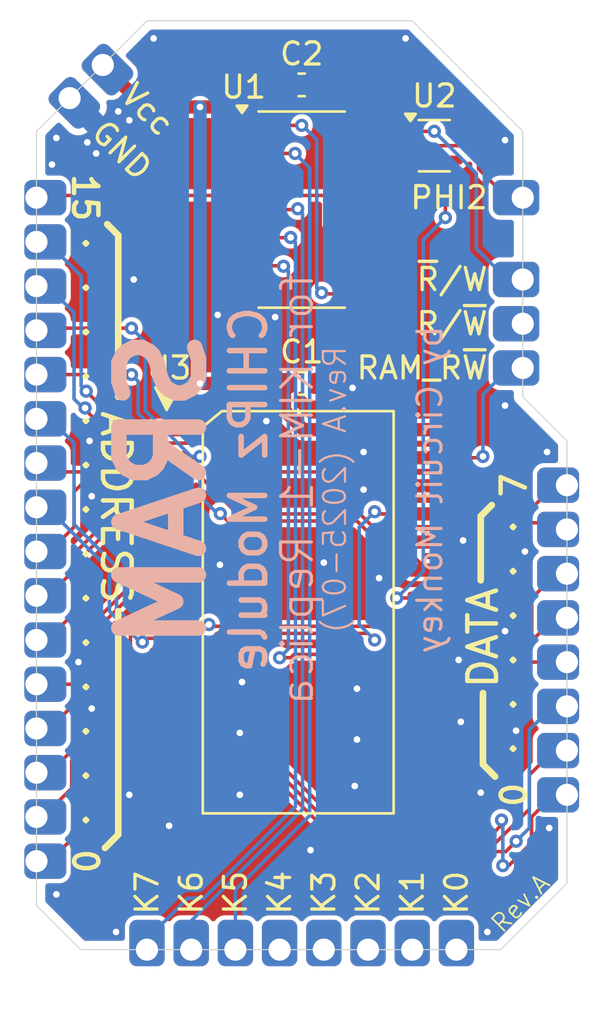
<source format=kicad_pcb>
(kicad_pcb (version 20241229) (generator "pcbnew") (generator_version "9.0")
  (layers (0 "F.Cu" signal) (2 "B.Cu" signal) (13 "F.Paste" user) (15 "B.Paste" user) (5 "F.SilkS" user "F.Silkscreen") (7 "B.SilkS" user "B.Silkscreen") (1 "F.Mask" user) (3 "B.Mask" user) (25 "Edge.Cuts" user))
  (net 0 "")
  (net 1 "GND")
  (net 2 "VCC")
  (net 8 "/~{K5}")
  (net 9 "/~{K6}")
  (net 10 "/~{K7}")
  (net 11 "/MEM_~{WE}")
  (net 13 "Net-(CST12-Pad1)")
  (net 14 "Net-(CST14-Pad1)")
  (net 15 "/A3")
  (net 16 "/A0")
  (net 17 "/A6")
  (net 18 "/A1")
  (net 19 "/A2")
  (net 20 "/A4")
  (net 21 "/A5")
  (net 22 "/A7")
  (net 23 "/D2")
  (net 24 "/D7")
  (net 25 "/D5")
  (net 26 "/D3")
  (net 27 "/D0")
  (net 28 "/D6")
  (net 29 "/D4")
  (net 30 "/D1")
  (net 31 "/A9")
  (net 32 "/A12")
  (net 33 "/A11")
  (net 34 "/A13")
  (net 35 "/A10")
  (net 36 "/A15")
  (net 37 "/A8")
  (net 38 "/A14")
  (net 39 "/~{OE}")
  (net 40 "/~{CE}")
  (net 41 "/~{A15}")
  (footprint "CM_Connector_Castelated:cast-2.0-01P" (layer "F.Cu") (at 160 79)
    (property "Reference" "CST14" (hide yes))
    (property "Value" "PHI2" (at -1.5 0 0) (layer "F.SilkS") (effects (justify right)))
    (pad "1" thru_hole roundrect (at 0 0) (size 2.1 1.6) (drill 1 (offset -0.3 0)) (layers "*.Cu" "*.Mask") (roundrect_rratio 0.2083333333) (net 14 "Net-(CST14-Pad1)"))
  )
  (footprint "Package_TO_SOT_SMD:SOT-353_SC-70-5" (layer "F.Cu") (at 156 76.65)
    (property "Reference" "U2" (at 0 -2.25 0) (layer "F.SilkS"))
    (property "Value" "74AHC1G00")
    (fp_line (start -0.71 -1.16) (end 0.7 -1.16) (stroke (width 0.12)) (layer "F.SilkS"))
    (fp_line (start -0.7 1.16) (end 0.7 1.16) (stroke (width 0.12)) (layer "F.SilkS"))
    (fp_poly (pts (xy -1.08 -1.11) (xy -1.32 -1.44) (xy -0.84 -1.44) (xy -1.08 -1.11)) (stroke (width 0.12)) (fill yes) (layer "F.SilkS"))
    (pad "1" smd roundrect (at -0.95 -0.65) (size 0.65 0.4) (layers "F.Cu" "F.Mask" "F.Paste") (net 13 "Net-(CST12-Pad1)"))
    (pad "2" smd roundrect (at -0.95 0) (size 0.65 0.4) (layers "F.Cu" "F.Mask" "F.Paste") (net 14 "Net-(CST14-Pad1)"))
    (pad "3" smd roundrect (at -0.95 0.65) (size 0.65 0.4) (layers "F.Cu" "F.Mask" "F.Paste") (net 1 "GND"))
    (pad "4" smd roundrect (at 0.95 0.65) (size 0.65 0.4) (layers "F.Cu" "F.Mask" "F.Paste") (net 39 "/~{OE}"))
    (pad "5" smd roundrect (at 0.95 -0.65) (size 0.65 0.4) (layers "F.Cu" "F.Mask" "F.Paste") (net 2 "VCC"))
  )
  (footprint "Package_SO:SOIC-14_3.9x8.7mm_P1.27mm" (layer "F.Cu") (at 150 79.54)
    (property "Reference" "U1" (at -2.625 -5.54 0) (layer "F.SilkS"))
    (property "Value" "74LV20")
    (fp_line (start 0 -4.435) (end -1.95 -4.435) (stroke (width 0.12)) (layer "F.SilkS"))
    (fp_line (start 0 -4.435) (end 1.95 -4.435) (stroke (width 0.12)) (layer "F.SilkS"))
    (fp_line (start 0 4.435) (end -1.95 4.435) (stroke (width 0.12)) (layer "F.SilkS"))
    (fp_line (start 0 4.435) (end 1.95 4.435) (stroke (width 0.12)) (layer "F.SilkS"))
    (fp_poly (pts (xy -2.7 -4.37) (xy -2.94 -4.7) (xy -2.46 -4.7)) (stroke (width 0.12)) (fill yes) (layer "F.SilkS"))
    (pad "1" smd roundrect (at -2.475 -3.81) (size 1.95 0.6) (layers "F.Cu" "F.Mask" "F.Paste") (net 41 "/~{A15}"))
    (pad "2" smd roundrect (at -2.475 -2.54) (size 1.95 0.6) (layers "F.Cu" "F.Mask" "F.Paste") (net 8 "/~{K5}"))
    (pad "3" smd roundrect (at -2.475 -1.27) (size 1.95 0.6) (layers "F.Cu" "F.Mask" "F.Paste"))
    (pad "4" smd roundrect (at -2.475 0) (size 1.95 0.6) (layers "F.Cu" "F.Mask" "F.Paste") (net 9 "/~{K6}"))
    (pad "5" smd roundrect (at -2.475 1.27) (size 1.95 0.6) (layers "F.Cu" "F.Mask" "F.Paste") (net 10 "/~{K7}"))
    (pad "6" smd roundrect (at -2.475 2.54) (size 1.95 0.6) (layers "F.Cu" "F.Mask" "F.Paste") (net 40 "/~{CE}"))
    (pad "7" smd roundrect (at -2.475 3.81) (size 1.95 0.6) (layers "F.Cu" "F.Mask" "F.Paste") (net 1 "GND"))
    (pad "8" smd roundrect (at 2.475 3.81) (size 1.95 0.6) (layers "F.Cu" "F.Mask" "F.Paste") (net 41 "/~{A15}"))
    (pad "9" smd roundrect (at 2.475 2.54) (size 1.95 0.6) (layers "F.Cu" "F.Mask" "F.Paste") (net 36 "/A15"))
    (pad "10" smd roundrect (at 2.475 1.27) (size 1.95 0.6) (layers "F.Cu" "F.Mask" "F.Paste") (net 36 "/A15"))
    (pad "11" smd roundrect (at 2.475 0) (size 1.95 0.6) (layers "F.Cu" "F.Mask" "F.Paste"))
    (pad "12" smd roundrect (at 2.475 -1.27) (size 1.95 0.6) (layers "F.Cu" "F.Mask" "F.Paste") (net 36 "/A15"))
    (pad "13" smd roundrect (at 2.475 -2.54) (size 1.95 0.6) (layers "F.Cu" "F.Mask" "F.Paste") (net 36 "/A15"))
    (pad "14" smd roundrect (at 2.475 -3.81) (size 1.95 0.6) (layers "F.Cu" "F.Mask" "F.Paste") (net 2 "VCC"))
  )
  (footprint "CM_Chip_Packages:SOIC-28_18x9" (layer "F.Cu") (at 149.842 97.745 -90)
    (property "Reference" "U3" (at -11.045 5.842 0) (layer "F.SilkS"))
    (property "Value" "62LV256AL45ULI")
    (fp_line (start -8.382 4.318) (end -9.0932 3.4544) (stroke (width 0.12)) (layer "F.SilkS"))
    (fp_line (start 9.0932 4.318) (end -8.382 4.318) (stroke (width 0.12)) (layer "F.SilkS"))
    (fp_line (start -9.0932 3.4544) (end -9.0932 -4.318) (stroke (width 0.12)) (layer "F.SilkS"))
    (fp_line (start -9.0932 -4.318) (end 9.0932 -4.318) (stroke (width 0.12)) (layer "F.SilkS"))
    (fp_line (start 9.0932 -4.318) (end 9.0932 4.318) (stroke (width 0.12)) (layer "F.SilkS"))
    (fp_poly (pts (xy -9.144 5.95376) (xy -10.16 5.39496) (xy -10.16 6.46176)) (stroke (width 0.12)) (fill yes) (layer "F.SilkS"))
    (pad "1" smd roundrect (at -8.255 5.842 270) (size 0.6 1.8) (layers "F.Cu" "F.Mask" "F.Paste") (net 38 "/A14"))
    (pad "2" smd roundrect (at -6.985 5.842 270) (size 0.6 1.8) (layers "F.Cu" "F.Mask" "F.Paste") (net 32 "/A12"))
    (pad "3" smd roundrect (at -5.715 5.842 270) (size 0.6 1.8) (layers "F.Cu" "F.Mask" "F.Paste") (net 22 "/A7"))
    (pad "4" smd roundrect (at -4.445 5.842 270) (size 0.6 1.8) (layers "F.Cu" "F.Mask" "F.Paste") (net 17 "/A6"))
    (pad "5" smd roundrect (at -3.175 5.842 270) (size 0.6 1.8) (layers "F.Cu" "F.Mask" "F.Paste") (net 21 "/A5"))
    (pad "6" smd roundrect (at -1.905 5.842 270) (size 0.6 1.8) (layers "F.Cu" "F.Mask" "F.Paste") (net 20 "/A4"))
    (pad "7" smd roundrect (at -0.635 5.842 270) (size 0.6 1.8) (layers "F.Cu" "F.Mask" "F.Paste") (net 15 "/A3"))
    (pad "8" smd roundrect (at 0.635 5.842 270) (size 0.6 1.8) (layers "F.Cu" "F.Mask" "F.Paste") (net 19 "/A2"))
    (pad "9" smd roundrect (at 1.905 5.842 270) (size 0.6 1.8) (layers "F.Cu" "F.Mask" "F.Paste") (net 18 "/A1"))
    (pad "10" smd roundrect (at 3.175 5.842 270) (size 0.6 1.8) (layers "F.Cu" "F.Mask" "F.Paste") (net 16 "/A0"))
    (pad "11" smd roundrect (at 4.445 5.842 270) (size 0.6 1.8) (layers "F.Cu" "F.Mask" "F.Paste") (net 27 "/D0"))
    (pad "12" smd roundrect (at 5.715 5.842 270) (size 0.6 1.8) (layers "F.Cu" "F.Mask" "F.Paste") (net 30 "/D1"))
    (pad "13" smd roundrect (at 6.985 5.842 270) (size 0.6 1.8) (layers "F.Cu" "F.Mask" "F.Paste") (net 23 "/D2"))
    (pad "14" smd roundrect (at 8.255 5.842 270) (size 0.6 1.8) (layers "F.Cu" "F.Mask" "F.Paste") (net 1 "GND"))
    (pad "15" smd roundrect (at 8.255 -5.842 270) (size 0.6 1.8) (layers "F.Cu" "F.Mask" "F.Paste") (net 26 "/D3"))
    (pad "16" smd roundrect (at 6.985 -5.842 270) (size 0.6 1.8) (layers "F.Cu" "F.Mask" "F.Paste") (net 29 "/D4"))
    (pad "17" smd roundrect (at 5.715 -5.842 270) (size 0.6 1.8) (layers "F.Cu" "F.Mask" "F.Paste") (net 25 "/D5"))
    (pad "18" smd roundrect (at 4.445 -5.842 270) (size 0.6 1.8) (layers "F.Cu" "F.Mask" "F.Paste") (net 28 "/D6"))
    (pad "19" smd roundrect (at 3.175 -5.842 270) (size 0.6 1.8) (layers "F.Cu" "F.Mask" "F.Paste") (net 24 "/D7"))
    (pad "20" smd roundrect (at 1.905 -5.842 270) (size 0.6 1.8) (layers "F.Cu" "F.Mask" "F.Paste") (net 40 "/~{CE}"))
    (pad "21" smd roundrect (at 0.635 -5.842 270) (size 0.6 1.8) (layers "F.Cu" "F.Mask" "F.Paste") (net 35 "/A10"))
    (pad "22" smd roundrect (at -0.635 -5.842 270) (size 0.6 1.8) (layers "F.Cu" "F.Mask" "F.Paste") (net 39 "/~{OE}"))
    (pad "23" smd roundrect (at -1.905 -5.842 270) (size 0.6 1.8) (layers "F.Cu" "F.Mask" "F.Paste") (net 33 "/A11"))
    (pad "24" smd roundrect (at -3.175 -5.842 270) (size 0.6 1.8) (layers "F.Cu" "F.Mask" "F.Paste") (net 31 "/A9"))
    (pad "25" smd roundrect (at -4.445 -5.842 270) (size 0.6 1.8) (layers "F.Cu" "F.Mask" "F.Paste") (net 37 "/A8"))
    (pad "26" smd roundrect (at -5.715 -5.842 270) (size 0.6 1.8) (layers "F.Cu" "F.Mask" "F.Paste") (net 34 "/A13"))
    (pad "27" smd roundrect (at -6.985 -5.842 270) (size 0.6 1.8) (layers "F.Cu" "F.Mask" "F.Paste") (net 11 "/MEM_~{WE}"))
    (pad "28" smd roundrect (at -8.255 -5.842 270) (size 0.6 1.8) (layers "F.Cu" "F.Mask" "F.Paste") (net 2 "VCC"))
  )
  (footprint "CM_Connector_Castelated:cast-2.0-01P" (layer "F.Cu") (at 160 84.7)
    (property "Reference" "CST11" (hide yes))
    (property "Value" "R/~{W}" (at -1.5 0 0) (layer "F.SilkS") (effects (justify right)))
    (pad "1" thru_hole roundrect (at 0 0) (size 2.1 1.6) (drill 1 (offset -0.3 0)) (layers "*.Cu" "*.Mask") (roundrect_rratio 0.2083333333))
  )
  (footprint "CM_Connector_Castelated:cast-2.0-08P" (layer "F.Cu") (at 162 100 180)
    (property "Reference" "CST16" (hide yes))
    (property "Value" "DATA I/O" (hide yes))
    (pad "1" thru_hole roundrect (at 0 -6 180) (size 1.9 1.6) (drill 1 (offset 0.4 0)) (layers "*.Cu" "*.Mask") (roundrect_rratio 0.2083333333) (net 27 "/D0"))
    (pad "2" thru_hole roundrect (at 0 -4 180) (size 1.9 1.6) (drill 1 (offset 0.4 0)) (layers "*.Cu" "*.Mask") (roundrect_rratio 0.2083333333) (net 30 "/D1"))
    (pad "3" thru_hole roundrect (at 0 -2 180) (size 1.9 1.6) (drill 1 (offset 0.4 0)) (layers "*.Cu" "*.Mask") (roundrect_rratio 0.2083333333) (net 23 "/D2"))
    (pad "4" thru_hole roundrect (at 0 0 180) (size 1.9 1.6) (drill 1 (offset 0.4 0)) (layers "*.Cu" "*.Mask") (roundrect_rratio 0.2083333333) (net 26 "/D3"))
    (pad "5" thru_hole roundrect (at 0 2 180) (size 1.9 1.6) (drill 1 (offset 0.4 0)) (layers "*.Cu" "*.Mask") (roundrect_rratio 0.2083333333) (net 29 "/D4"))
    (pad "6" thru_hole roundrect (at 0 4 180) (size 1.9 1.6) (drill 1 (offset 0.4 0)) (layers "*.Cu" "*.Mask") (roundrect_rratio 0.2083333333) (net 25 "/D5"))
    (pad "7" thru_hole roundrect (at 0 6 180) (size 1.9 1.6) (drill 1 (offset 0.4 0)) (layers "*.Cu" "*.Mask") (roundrect_rratio 0.2083333333) (net 28 "/D6"))
    (pad "8" thru_hole roundrect (at 0 8 180) (size 1.9 1.6) (drill 1 (offset 0.4 0)) (layers "*.Cu" "*.Mask") (roundrect_rratio 0.2083333333) (net 24 "/D7"))
  )
  (footprint "CM_Connector_Castelated:cast-2.0-01P" (layer "F.Cu") (at 141 73 135)
    (property "Reference" "CST10" (hide yes))
    (property "Value" "Vcc" (at -4.242641 0 135) (layer "F.SilkS") (effects (justify right)))
    (pad "1" thru_hole roundrect (at 0 0 135) (size 2.1 1.6) (drill 1 (offset -0.3 0)) (layers "*.Cu" "*.Mask") (roundrect_rratio 0.2083333333) (net 2 "VCC"))
  )
  (footprint "CM_Connector_Castelated:cast-2.0-01P" (layer "F.Cu") (at 153 113 -90)
    (property "Reference" "CST3" (hide yes))
    (property "Value" "K2" (at -1.5 0 90) (layer "F.SilkS") (effects (justify left)))
    (pad "1" thru_hole roundrect (at 0 0 270) (size 2.1 1.6) (drill 1 (offset -0.3 0)) (layers "*.Cu" "*.Mask") (roundrect_rratio 0.2083333333))
  )
  (footprint "CM_Connector_Castelated:cast-2.0-01P" (layer "F.Cu") (at 160 86.7)
    (property "Reference" "CST9" (hide yes))
    (property "Value" "RAM_R~{W}" (at -1.5 0 0) (layer "F.SilkS") (effects (justify right)))
    (pad "1" thru_hole roundrect (at 0 0) (size 2.1 1.6) (drill 1 (offset -0.3 0)) (layers "*.Cu" "*.Mask") (roundrect_rratio 0.2083333333) (net 11 "/MEM_~{WE}"))
  )
  (footprint "CM_Connector_Castelated:cast-2.0-01P" (layer "F.Cu") (at 149 113 -90)
    (property "Reference" "CST5" (hide yes))
    (property "Value" "K4" (at -1.5 0 90) (layer "F.SilkS") (effects (justify left)))
    (pad "1" thru_hole roundrect (at 0 0 270) (size 2.1 1.6) (drill 1 (offset -0.3 0)) (layers "*.Cu" "*.Mask") (roundrect_rratio 0.2083333333))
  )
  (footprint "Capacitor_SMD:C_0603_1608Metric" (layer "F.Cu") (at 150 87.4)
    (property "Reference" "C1" (at 0 -1.43 0) (layer "F.SilkS"))
    (property "Value" "0.1uF")
    (fp_line (start -0.14058 -0.51) (end 0.14058 -0.51) (stroke (width 0.12)) (layer "F.SilkS"))
    (fp_line (start -0.14058 0.51) (end 0.14058 0.51) (stroke (width 0.12)) (layer "F.SilkS"))
    (pad "1" smd roundrect (at -0.775 0) (size 0.9 0.95) (layers "F.Cu" "F.Mask" "F.Paste") (net 2 "VCC"))
    (pad "2" smd roundrect (at 0.775 0) (size 0.9 0.95) (layers "F.Cu" "F.Mask" "F.Paste") (net 1 "GND"))
  )
  (footprint "CM_Connector_Castelated:cast-2.0-01P" (layer "F.Cu") (at 143 113 -90)
    (property "Reference" "CST8" (hide yes))
    (property "Value" "K7" (at -1.5 0 90) (layer "F.SilkS") (effects (justify left)))
    (pad "1" thru_hole roundrect (at 0 0 270) (size 2.1 1.6) (drill 1 (offset -0.3 0)) (layers "*.Cu" "*.Mask") (roundrect_rratio 0.2083333333) (net 10 "/~{K7}"))
  )
  (footprint "CM_Connector_Castelated:cast-2.0-01P" (layer "F.Cu") (at 155 113 -90)
    (property "Reference" "CST2" (hide yes))
    (property "Value" "K1" (at -1.5 0 90) (layer "F.SilkS") (effects (justify left)))
    (pad "1" thru_hole roundrect (at 0 0 270) (size 2.1 1.6) (drill 1 (offset -0.3 0)) (layers "*.Cu" "*.Mask") (roundrect_rratio 0.2083333333))
  )
  (footprint "CM_Connector_Castelated:cast-2.0-01P" (layer "F.Cu") (at 145 113 -90)
    (property "Reference" "CST7" (hide yes))
    (property "Value" "K6" (at -1.5 0 90) (layer "F.SilkS") (effects (justify left)))
    (pad "1" thru_hole roundrect (at 0 0 270) (size 2.1 1.6) (drill 1 (offset -0.3 0)) (layers "*.Cu" "*.Mask") (roundrect_rratio 0.2083333333) (net 9 "/~{K6}"))
  )
  (footprint "Capacitor_SMD:C_0603_1608Metric" (layer "F.Cu") (at 150 73.9 180)
    (property "Reference" "C2" (at 0 1.4 0) (layer "F.SilkS"))
    (property "Value" "0.1uF")
    (fp_line (start -0.14058 0.51) (end 0.14058 0.51) (stroke (width 0.12)) (layer "F.SilkS"))
    (fp_line (start -0.14058 -0.51) (end 0.14058 -0.51) (stroke (width 0.12)) (layer "F.SilkS"))
    (pad "1" smd roundrect (at -0.775 0 180) (size 0.9 0.95) (layers "F.Cu" "F.Mask" "F.Paste") (net 2 "VCC"))
    (pad "2" smd roundrect (at 0.775 0 180) (size 0.9 0.95) (layers "F.Cu" "F.Mask" "F.Paste") (net 1 "GND"))
  )
  (footprint "CM_Connector_Castelated:cast-2.0-01P" (layer "F.Cu") (at 139.5 74.5 135)
    (property "Reference" "CST13" (hide yes))
    (property "Value" "GND" (at -4.949747 0 135) (layer "F.SilkS") (effects (justify right)))
    (pad "1" thru_hole roundrect (at 0 0 135) (size 2.1 1.6) (drill 1 (offset -0.3 0)) (layers "*.Cu" "*.Mask") (roundrect_rratio 0.2083333333) (net 1 "GND") (thermal_bridge_width 1))
  )
  (footprint "CM_Connector_Castelated:cast-2.0-01P" (layer "F.Cu") (at 151 113 -90)
    (property "Reference" "CST4" (hide yes))
    (property "Value" "K3" (at -1.5 0 90) (layer "F.SilkS") (effects (justify left)))
    (pad "1" thru_hole roundrect (at 0 0 270) (size 2.1 1.6) (drill 1 (offset -0.3 0)) (layers "*.Cu" "*.Mask") (roundrect_rratio 0.2083333333))
  )
  (footprint "CM_Connector_Castelated:cast-2.0-01P" (layer "F.Cu") (at 147 113 -90)
    (property "Reference" "CST6" (hide yes))
    (property "Value" "K5" (at -1.5 0 90) (layer "F.SilkS") (effects (justify left)))
    (pad "1" thru_hole roundrect (at 0 0 270) (size 2.1 1.6) (drill 1 (offset -0.3 0)) (layers "*.Cu" "*.Mask") (roundrect_rratio 0.2083333333) (net 8 "/~{K5}"))
  )
  (footprint "CM_Connector_Castelated:cast-2.0-01P" (layer "F.Cu") (at 157 113 -90)
    (property "Reference" "CST1" (hide yes))
    (property "Value" "K0" (at -1.5 0 90) (layer "F.SilkS") (effects (justify left)))
    (pad "1" thru_hole roundrect (at 0 0 270) (size 2.1 1.6) (drill 1 (offset -0.3 0)) (layers "*.Cu" "*.Mask") (roundrect_rratio 0.2083333333))
  )
  (footprint "CM_Connector_Castelated:cast-2.0-01P" (layer "F.Cu") (at 160 82.7)
    (property "Reference" "CST12" (hide yes))
    (property "Value" "~{R}/W" (at -1.5 0 0) (layer "F.SilkS") (effects (justify right)))
    (pad "1" thru_hole roundrect (at 0 0) (size 2.1 1.6) (drill 1 (offset -0.3 0)) (layers "*.Cu" "*.Mask") (roundrect_rratio 0.2083333333) (net 13 "Net-(CST12-Pad1)"))
  )
  (footprint "CM_Connector_Castelated:cast-2.0-08P" (layer "B.Cu") (at 138 87)
    (property "Reference" "CST17" (hide yes))
    (property "Value" "DATA I/O" (hide yes))
    (pad "1" thru_hole roundrect (at 0 6) (size 1.9 1.6) (drill 1 (offset 0.4 0)) (layers "*.Cu" "*.Mask") (roundrect_rratio 0.2083333333) (net 37 "/A8"))
    (pad "2" thru_hole roundrect (at 0 4) (size 1.9 1.6) (drill 1 (offset 0.4 0)) (layers "*.Cu" "*.Mask") (roundrect_rratio 0.2083333333) (net 31 "/A9"))
    (pad "3" thru_hole roundrect (at 0 2) (size 1.9 1.6) (drill 1 (offset 0.4 0)) (layers "*.Cu" "*.Mask") (roundrect_rratio 0.2083333333) (net 35 "/A10"))
    (pad "4" thru_hole roundrect (at 0 0) (size 1.9 1.6) (drill 1 (offset 0.4 0)) (layers "*.Cu" "*.Mask") (roundrect_rratio 0.2083333333) (net 33 "/A11"))
    (pad "5" thru_hole roundrect (at 0 -2) (size 1.9 1.6) (drill 1 (offset 0.4 0)) (layers "*.Cu" "*.Mask") (roundrect_rratio 0.2083333333) (net 32 "/A12"))
    (pad "6" thru_hole roundrect (at 0 -4) (size 1.9 1.6) (drill 1 (offset 0.4 0)) (layers "*.Cu" "*.Mask") (roundrect_rratio 0.2083333333) (net 34 "/A13"))
    (pad "7" thru_hole roundrect (at 0 -6) (size 1.9 1.6) (drill 1 (offset 0.4 0)) (layers "*.Cu" "*.Mask") (roundrect_rratio 0.2083333333) (net 38 "/A14"))
    (pad "8" thru_hole roundrect (at 0 -8) (size 1.9 1.6) (drill 1 (offset 0.4 0)) (layers "*.Cu" "*.Mask") (roundrect_rratio 0.2083333333) (net 36 "/A15"))
  )
  (footprint "CM_Connector_Castelated:cast-2.0-08P" (layer "B.Cu") (at 138 103)
    (property "Reference" "CST15" (hide yes))
    (property "Value" "DATA I/O" (hide yes))
    (pad "1" thru_hole roundrect (at 0 6) (size 1.9 1.6) (drill 1 (offset 0.4 0)) (layers "*.Cu" "*.Mask") (roundrect_rratio 0.2083333333) (net 16 "/A0"))
    (pad "2" thru_hole roundrect (at 0 4) (size 1.9 1.6) (drill 1 (offset 0.4 0)) (layers "*.Cu" "*.Mask") (roundrect_rratio 0.2083333333) (net 18 "/A1"))
    (pad "3" thru_hole roundrect (at 0 2) (size 1.9 1.6) (drill 1 (offset 0.4 0)) (layers "*.Cu" "*.Mask") (roundrect_rratio 0.2083333333) (net 19 "/A2"))
    (pad "4" thru_hole roundrect (at 0 0) (size 1.9 1.6) (drill 1 (offset 0.4 0)) (layers "*.Cu" "*.Mask") (roundrect_rratio 0.2083333333) (net 15 "/A3"))
    (pad "5" thru_hole roundrect (at 0 -2) (size 1.9 1.6) (drill 1 (offset 0.4 0)) (layers "*.Cu" "*.Mask") (roundrect_rratio 0.2083333333) (net 20 "/A4"))
    (pad "6" thru_hole roundrect (at 0 -4) (size 1.9 1.6) (drill 1 (offset 0.4 0)) (layers "*.Cu" "*.Mask") (roundrect_rratio 0.2083333333) (net 21 "/A5"))
    (pad "7" thru_hole roundrect (at 0 -6) (size 1.9 1.6) (drill 1 (offset 0.4 0)) (layers "*.Cu" "*.Mask") (roundrect_rratio 0.2083333333) (net 17 "/A6"))
    (pad "8" thru_hole roundrect (at 0 -8) (size 1.9 1.6) (drill 1 (offset 0.4 0)) (layers "*.Cu" "*.Mask") (roundrect_rratio 0.2083333333) (net 22 "/A7"))
  )
  (gr_line (start 158.2 104.625) (end 158.75 105.175) (stroke (width 0.3)) (layer "F.SilkS"))
  (gr_line (start 158.1 96.3) (end 158.1 93.4) (stroke (width 0.3)) (layer "F.SilkS"))
  (gr_line (start 141.7 88) (end 141.7 80.7) (stroke (width 0.3)) (layer "F.SilkS"))
  (gr_line (start 158.2 101.4) (end 158.2 104.625) (stroke (width 0.3)) (layer "F.SilkS"))
  (gr_line (start 141.7 97.7) (end 141.7 107.8) (stroke (width 0.3)) (layer "F.SilkS"))
  (gr_line (start 141.7 80.7) (end 141.2 80.2) (stroke (width 0.3)) (layer "F.SilkS"))
  (gr_line (start 158.1 93.4) (end 158.6 92.9) (stroke (width 0.3)) (layer "F.SilkS"))
  (gr_line (start 141.7 107.8) (end 141.1 108.4) (stroke (width 0.3)) (layer "F.SilkS"))
  (gr_poly (pts (xy 140 113) (xy 138 111) (xy 138 76) (xy 143 71) (xy 155 71) (xy 160 76) (xy 160 88) (xy 162 90) (xy 162 110) (xy 159 113)) (stroke (width 0.05)) (fill no) (layer "Edge.Cuts"))
  (gr_text "ADDRESS" (at 141.6 93 270) (layer "F.SilkS") (effects (font (size 1.3 1.3) (thickness 0.2))))
  (gr_text ". . . . . . . . . . . . . ." (at 140.9 94.1 270) (layer "F.SilkS") (effects (font (size 1.62 1.62) (thickness 0.16))))
  (gr_text "DATA" (at 158.2 98.9 90) (layer "F.SilkS") (effects (font (size 1.3 1.3) (thickness 0.2))))
  (gr_text ". . . . . ." (at 158.9 98.9 90) (layer "F.SilkS") (effects (font (size 1.62 1.62) (thickness 0.16))))
  (gr_text "15" (at 140.2 79 270) (layer "F.SilkS") (effects (font (size 1.1 1.1) (thickness 0.2) (bold yes))))
  (gr_text "0" (at 140.2 109 270) (layer "F.SilkS") (effects (font (size 1.1 1.1) (thickness 0.2) (bold yes))))
  (gr_text "7" (at 159.6 92 90) (layer "F.SilkS") (effects (font (size 1.1 1.1) (thickness 0.2) (bold yes))))
  (gr_text "Rev.A" (at 159.9 110.9 45) (layer "F.SilkS") (effects (font (size 0.8 0.8) (thickness 0.08))))
  (gr_text "0" (at 159.6 106 90) (layer "F.SilkS") (effects (font (size 1.1 1.1) (thickness 0.2) (bold yes))))
  (gr_text "CHIPz Module" (at 147.6 92.2 90) (layer "B.SilkS") (effects (font (size 1.6 1.6) (thickness 0.25) (bold yes)) (justify mirror)))
  (gr_text "Rev.A (2025-07)" (at 151.5 92.2 90) (layer "B.SilkS") (effects (font (size 1 1) (thickness 0.1)) (justify mirror)))
  (gr_text "for KIM-1 Replica" (at 149.8 92.2 90) (layer "B.SilkS") (effects (font (size 1.4 1.4) (thickness 0.14)) (justify mirror)))
  (gr_text "by Circuit Monkey" (at 155.8 92.2 90) (layer "B.SilkS") (effects (font (size 1.1 1.1) (thickness 0.14)) (justify mirror)))
  (gr_text "SRAM" (at 143.7 92.2 90) (layer "B.SilkS") (effects (font (size 3.6 3.6) (thickness 0.7) (bold yes)) (justify mirror)))
  (via (at 152.8 90.5) (size 0.6) (drill 0.3) (layers "F.Cu" "B.Cu") (net 1))
  (via (at 140.5 92.5) (size 0.6) (drill 0.3) (layers "F.Cu" "B.Cu") (net 1))
  (via (at 140.5 102.1) (size 0.6) (drill 0.3) (layers "F.Cu" "B.Cu") (net 1))
  (via (at 141.7 75.1) (size 0.6) (drill 0.3) (layers "F.Cu" "B.Cu") (net 1))
  (via (at 160.1 95) (size 0.6) (drill 0.3) (layers "F.Cu" "B.Cu") (net 1))
  (via (at 140.7 77) (size 0.6) (drill 0.3) (layers "F.Cu" "B.Cu") (net 1))
  (via (at 157.2 102.7) (size 0.6) (drill 0.3) (layers "F.Cu" "B.Cu") (net 1))
  (via (at 143.3 71.8) (size 0.6) (drill 0.3) (layers "F.Cu" "B.Cu") (net 1))
  (via (at 152.5 103.5) (size 0.6) (drill 0.3) (layers "F.Cu" "B.Cu") (net 1))
  (via (at 158.1 105.9) (size 0.6) (drill 0.3) (layers "F.Cu" "B.Cu") (net 1))
  (via (at 159.7 103.1) (size 0.6) (drill 0.3) (layers "F.Cu" "B.Cu") (net 1))
  (via (at 151 95.5) (size 0.6) (drill 0.3) (layers "F.Cu" "B.Cu") (net 1))
  (via (at 154.7 71.8) (size 0.6) (drill 0.3) (layers "F.Cu" "B.Cu") (net 1))
  (via (at 153.5 96.2) (size 0.6) (drill 0.3) (layers "F.Cu" "B.Cu") (net 1))
  (via (at 152.5 101.2) (size 0.6) (drill 0.3) (layers "F.Cu" "B.Cu") (net 1))
  (via (at 152.4 105.6) (size 0.6) (drill 0.3) (layers "F.Cu" "B.Cu") (net 1))
  (via (at 138.7 77.5) (size 0.6) (drill 0.3) (layers "F.Cu" "B.Cu") (net 1))
  (via (at 147.3 100.9) (size 0.6) (drill 0.3) (layers "F.Cu" "B.Cu") (net 1))
  (via (at 159.2 76.4) (size 0.6) (drill 0.3) (layers "F.Cu" "B.Cu") (net 1))
  (via (at 142.4 82.7) (size 0.6) (drill 0.3) (layers "F.Cu" "B.Cu") (net 1))
  (via (at 157.3 94.5) (size 0.6) (drill 0.3) (layers "F.Cu" "B.Cu") (net 1))
  (via (at 146.2 84.3) (size 0.6) (drill 0.3) (layers "F.Cu" "B.Cu") (net 1))
  (via (at 147.2 103.2) (size 0.6) (drill 0.3) (layers "F.Cu" "B.Cu") (net 1))
  (via (at 139.9 100) (size 0.6) (drill 0.3) (layers "F.Cu" "B.Cu") (net 1))
  (via (at 138.9 76.3) (size 0.6) (drill 0.3) (layers "F.Cu" "B.Cu") (net 1))
  (via (at 144 107.4) (size 0.6) (drill 0.3) (layers "F.Cu" "B.Cu") (net 1))
  (via (at 146.3 95.6) (size 0.6) (drill 0.3) (layers "F.Cu" "B.Cu") (net 1))
  (via (at 152.3 87.6) (size 0.6) (drill 0.3) (layers "F.Cu" "B.Cu") (net 1))
  (via (at 148.8 84.4) (size 0.6) (drill 0.3) (layers "F.Cu" "B.Cu") (net 1))
  (via (at 152.8 92.2) (size 0.6) (drill 0.3) (layers "F.Cu" "B.Cu") (net 1))
  (via (at 141.6 112.2) (size 0.6) (drill 0.3) (layers "F.Cu" "B.Cu") (net 1))
  (via (at 161.1 90.5) (size 0.6) (drill 0.3) (layers "F.Cu" "B.Cu") (net 1))
  (via (at 158.4 112.2) (size 0.6) (drill 0.3) (layers "F.Cu" "B.Cu") (net 1))
  (via (at 147.2 106) (size 0.6) (drill 0.3) (layers "F.Cu" "B.Cu") (net 1))
  (via (at 157.1 99.9) (size 0.6) (drill 0.3) (layers "F.Cu" "B.Cu") (net 1))
  (via (at 142.2 106) (size 0.6) (drill 0.3) (layers "F.Cu" "B.Cu") (net 1))
  (via (at 140.3 76.5) (size 0.6) (drill 0.3) (layers "F.Cu" "B.Cu") (net 1))
  (via (at 142.2 75.5) (size 0.6) (drill 0.3) (layers "F.Cu" "B.Cu") (net 1))
  (via (at 148.4 89.1) (size 0.6) (drill 0.3) (layers "F.Cu" "B.Cu") (net 1))
  (via (at 140.4 90) (size 0.6) (drill 0.3) (layers "F.Cu" "B.Cu") (net 1))
  (via (at 138.9 110.5) (size 0.6) (drill 0.3) (layers "F.Cu" "B.Cu") (net 1))
  (via (at 159.2 88.4) (size 0.6) (drill 0.3) (layers "F.Cu" "B.Cu") (net 1))
  (via (at 159.2 98.6) (size 0.6) (drill 0.3) (layers "F.Cu" "B.Cu") (net 1))
  (via (at 161.2 107.5) (size 0.6) (drill 0.3) (layers "F.Cu" "B.Cu") (net 1))
  (via (at 150.4 108.5) (size 0.6) (drill 0.3) (layers "F.Cu" "B.Cu") (net 1))
  (segment (start 152.475 74.925) (end 152.5 74.9) (width 0.6) (layer "F.Cu") (net 2))
  (segment (start 156.95 76) (end 156.95 75.45) (width 0.3) (layer "F.Cu") (net 2))
  (segment (start 150.775 74.875) (end 150.8 74.9) (width 0.6) (layer "F.Cu") (net 2))
  (segment (start 150.09 89.49) (end 149.225 88.625) (width 0.6) (layer "F.Cu") (net 2))
  (segment (start 152.475 75.73) (end 152.475 74.925) (width 0.6) (layer "F.Cu") (net 2))
  (segment (start 152.5 74.9) (end 150.8 74.9) (width 0.6) (layer "F.Cu") (net 2))
  (segment (start 156.4 74.9) (end 152.5 74.9) (width 0.6) (layer "F.Cu") (net 2))
  (segment (start 149.225 88.625) (end 149.225 87.4) (width 0.6) (layer "F.Cu") (net 2))
  (segment (start 155.684 89.49) (end 150.09 89.49) (width 0.6) (layer "F.Cu") (net 2))
  (segment (start 150.8 74.9) (end 145.4 74.9) (width 0.6) (layer "F.Cu") (net 2))
  (segment (start 150.775 73.9) (end 150.775 74.875) (width 0.6) (layer "F.Cu") (net 2))
  (segment (start 145.4 74.9) (end 142.9 74.9) (width 0.6) (layer "F.Cu") (net 2))
  (segment (start 149.225 87.4) (end 145.4 87.4) (width 0.6) (layer "F.Cu") (net 2))
  (segment (start 142.9 74.9) (end 141.495682 73.495682) (width 0.6) (layer "F.Cu") (net 2))
  (segment (start 156.95 75.45) (end 156.4 74.9) (width 0.4) (layer "F.Cu") (net 2))
  (via (at 145.4 87.4) (size 0.6) (drill 0.3) (layers "F.Cu" "B.Cu") (net 2))
  (via (at 145.4 74.9) (size 0.6) (drill 0.3) (layers "F.Cu" "B.Cu") (net 2))
  (segment (start 145.4 87.4) (end 145.4 74.9) (width 0.6) (layer "B.Cu") (net 2))
  (segment (start 147.525 77) (end 149.7 77) (width 0.16) (layer "F.Cu") (net 8))
  (via (at 149.7 77) (size 0.6) (drill 0.3) (layers "F.Cu" "B.Cu") (net 8))
  (segment (start 150.36 77.66) (end 150.36 106.94) (width 0.16) (layer "B.Cu") (net 8))
  (segment (start 150.36 106.94) (end 147 110.3) (width 0.16) (layer "B.Cu") (net 8))
  (segment (start 149.7 77) (end 150.36 77.66) (width 0.16) (layer "B.Cu") (net 8))
  (segment (start 147 110.3) (end 147 112.519) (width 0.16) (layer "B.Cu") (net 8))
  (segment (start 149.78 79.54) (end 149.82 79.5) (width 0.16) (layer "F.Cu") (net 9))
  (segment (start 147.525 79.54) (end 149.78 79.54) (width 0.16) (layer "F.Cu") (net 9))
  (via (at 149.82 79.5) (size 0.6) (drill 0.3) (layers "F.Cu" "B.Cu") (net 9))
  (segment (start 150.039 106.661) (end 145 111.7) (width 0.16) (layer "B.Cu") (net 9))
  (segment (start 150.039 79.719) (end 150.039 106.661) (width 0.16) (layer "B.Cu") (net 9))
  (segment (start 149.82 79.5) (end 150.039 79.719) (width 0.16) (layer "B.Cu") (net 9))
  (segment (start 145 111.7) (end 145 112.519) (width 0.16) (layer "B.Cu") (net 9))
  (segment (start 147.525 80.81) (end 149.489 80.81) (width 0.16) (layer "F.Cu") (net 10))
  (segment (start 149.489 80.81) (end 149.499 80.8) (width 0.16) (layer "F.Cu") (net 10))
  (via (at 149.499 80.8) (size 0.6) (drill 0.3) (layers "F.Cu" "B.Cu") (net 10))
  (segment (start 149.718 81.019) (end 149.718 106.528038) (width 0.16) (layer "B.Cu") (net 10))
  (segment (start 149.718 106.528038) (end 145.573019 110.673019) (width 0.16) (layer "B.Cu") (net 10))
  (segment (start 145.573019 110.673019) (end 144.845981 110.673019) (width 0.16) (layer "B.Cu") (net 10))
  (segment (start 144.845981 110.673019) (end 143 112.519) (width 0.16) (layer "B.Cu") (net 10))
  (segment (start 149.499 80.8) (end 149.718 81.019) (width 0.16) (layer "B.Cu") (net 10))
  (segment (start 158.14 90.76) (end 158.2 90.7) (width 0.16) (layer "F.Cu") (net 11))
  (segment (start 155.684 90.76) (end 158.14 90.76) (width 0.16) (layer "F.Cu") (net 11))
  (via (at 158.2 90.7) (size 0.6) (drill 0.3) (layers "F.Cu" "B.Cu") (net 11))
  (segment (start 158.2 90.7) (end 158.2 87.9) (width 0.16) (layer "B.Cu") (net 11))
  (segment (start 159.4 86.7) (end 159.519 86.7) (width 0.16) (layer "B.Cu") (net 11))
  (segment (start 158.2 87.9) (end 159.4 86.7) (width 0.16) (layer "B.Cu") (net 11))
  (segment (start 155.05 76) (end 156 76) (width 0.16) (layer "F.Cu") (net 13))
  (via (at 156 76) (size 0.6) (drill 0.3) (layers "F.Cu" "B.Cu") (net 13))
  (segment (start 159.3 82.7) (end 159.519 82.7) (width 0.16) (layer "B.Cu") (net 13))
  (segment (start 156 76) (end 157.9 77.9) (width 0.16) (layer "B.Cu") (net 13))
  (segment (start 157.9 81.3) (end 159.3 82.7) (width 0.16) (layer "B.Cu") (net 13))
  (segment (start 157.9 77.9) (end 157.9 81.3) (width 0.16) (layer "B.Cu") (net 13))
  (segment (start 155.05 76.65) (end 157.65 76.65) (width 0.16) (layer "F.Cu") (net 14))
  (segment (start 157.65 76.65) (end 158 77) (width 0.16) (layer "F.Cu") (net 14))
  (segment (start 158 77) (end 158 77.7) (width 0.16) (layer "F.Cu") (net 14))
  (segment (start 159.3 79) (end 159.519 79) (width 0.16) (layer "F.Cu") (net 14))
  (segment (start 158 77.7) (end 159.3 79) (width 0.16) (layer "F.Cu") (net 14))
  (segment (start 143.41 97.11) (end 142.921 96.621) (width 0.16) (layer "F.Cu") (net 15))
  (segment (start 141.079 98.174962) (end 141.079 100.521) (width 0.16) (layer "F.Cu") (net 15))
  (segment (start 144 97.11) (end 143.41 97.11) (width 0.16) (layer "F.Cu") (net 15))
  (segment (start 142.921 96.621) (end 142.632962 96.621) (width 0.16) (layer "F.Cu") (net 15))
  (segment (start 142.632962 96.621) (end 141.079 98.174962) (width 0.16) (layer "F.Cu") (net 15))
  (segment (start 141.079 100.521) (end 138.6 103) (width 0.16) (layer "F.Cu") (net 15))
  (segment (start 138.6 103) (end 138.481 103) (width 0.16) (layer "F.Cu") (net 15))
  (segment (start 144 100.92) (end 143.38 100.92) (width 0.16) (layer "F.Cu") (net 16))
  (segment (start 139.7 106.049524) (end 139.7 107.9) (width 0.16) (layer "F.Cu") (net 16))
  (segment (start 143.38 100.92) (end 143 101.3) (width 0.16) (layer "F.Cu") (net 16))
  (segment (start 143 101.3) (end 143 101.507924) (width 0.16) (layer "F.Cu") (net 16))
  (segment (start 139.912 105.837524) (end 139.7 106.049524) (width 0.16) (layer "F.Cu") (net 16))
  (segment (start 139.912 104.595925) (end 139.912 105.837524) (width 0.16) (layer "F.Cu") (net 16))
  (segment (start 138.6 109) (end 138.481 109) (width 0.16) (layer "F.Cu") (net 16))
  (segment (start 139.7 107.9) (end 138.6 109) (width 0.16) (layer "F.Cu") (net 16))
  (segment (start 143 101.507924) (end 139.912 104.595925) (width 0.16) (layer "F.Cu") (net 16))
  (segment (start 143.4 93.3) (end 143 93.7) (width 0.16) (layer "F.Cu") (net 17))
  (segment (start 139.7 95.8405) (end 138.5405 97) (width 0.16) (layer "F.Cu") (net 17))
  (segment (start 139.7 95.1) (end 139.7 95.8405) (width 0.16) (layer "F.Cu") (net 17))
  (segment (start 141.1 93.7) (end 139.7 95.1) (width 0.16) (layer "F.Cu") (net 17))
  (segment (start 143 93.7) (end 141.1 93.7) (width 0.16) (layer "F.Cu") (net 17))
  (segment (start 144 93.3) (end 143.4 93.3) (width 0.16) (layer "F.Cu") (net 17))
  (segment (start 138.5405 97) (end 138.481 97) (width 0.16) (layer "F.Cu") (net 17))
  (segment (start 139.591 104.462963) (end 139.591 105.704562) (width 0.16) (layer "F.Cu") (net 18))
  (segment (start 144 99.65) (end 143.35 99.65) (width 0.16) (layer "F.Cu") (net 18))
  (segment (start 142.621 100.379) (end 142.621 101.432963) (width 0.16) (layer "F.Cu") (net 18))
  (segment (start 139.591 105.704562) (end 138.481 106.814562) (width 0.16) (layer "F.Cu") (net 18))
  (segment (start 142.621 101.432963) (end 139.591 104.462963) (width 0.16) (layer "F.Cu") (net 18))
  (segment (start 138.481 106.814562) (end 138.481 107) (width 0.16) (layer "F.Cu") (net 18))
  (segment (start 143.35 99.65) (end 142.621 100.379) (width 0.16) (layer "F.Cu") (net 18))
  (segment (start 144 98.38) (end 142.72 98.38) (width 0.16) (layer "F.Cu") (net 19))
  (segment (start 142.25101 99.317268) (end 142.3 99.366258) (width 0.16) (layer "F.Cu") (net 19))
  (segment (start 142.3 101.3) (end 138.6 105) (width 0.16) (layer "F.Cu") (net 19))
  (segment (start 142.25101 98.84899) (end 142.25101 99.317268) (width 0.16) (layer "F.Cu") (net 19))
  (segment (start 142.3 99.366258) (end 142.3 101.3) (width 0.16) (layer "F.Cu") (net 19))
  (segment (start 142.72 98.38) (end 142.25101 98.84899) (width 0.16) (layer "F.Cu") (net 19))
  (segment (start 138.6 105) (end 138.481 105) (width 0.16) (layer "F.Cu") (net 19))
  (segment (start 140.758 98.042) (end 140.758 100.388038) (width 0.16) (layer "F.Cu") (net 20))
  (segment (start 143.36 95.84) (end 142.9 96.3) (width 0.16) (layer "F.Cu") (net 20))
  (segment (start 142.5 96.3) (end 140.758 98.042) (width 0.16) (layer "F.Cu") (net 20))
  (segment (start 140.146038 101) (end 138.481 101) (width 0.16) (layer "F.Cu") (net 20))
  (segment (start 142.9 96.3) (end 142.5 96.3) (width 0.16) (layer "F.Cu") (net 20))
  (segment (start 140.758 100.388038) (end 140.146038 101) (width 0.16) (layer "F.Cu") (net 20))
  (segment (start 144 95.84) (end 143.36 95.84) (width 0.16) (layer "F.Cu") (net 20))
  (segment (start 140.021 95.279) (end 140.021 96.079) (width 0.16) (layer "F.Cu") (net 21))
  (segment (start 144 94.57) (end 143.47 94.57) (width 0.16) (layer "F.Cu") (net 21))
  (segment (start 139.7 97.781) (end 138.481 99) (width 0.16) (layer "F.Cu") (net 21))
  (segment (start 143.47 94.57) (end 142.921 94.021) (width 0.16) (layer "F.Cu") (net 21))
  (segment (start 142.921 94.021) (end 141.279 94.021) (width 0.16) (layer "F.Cu") (net 21))
  (segment (start 139.7 96.4) (end 139.7 97.781) (width 0.16) (layer "F.Cu") (net 21))
  (segment (start 141.279 94.021) (end 140.021 95.279) (width 0.16) (layer "F.Cu") (net 21))
  (segment (start 140.021 96.079) (end 139.7 96.4) (width 0.16) (layer "F.Cu") (net 21))
  (segment (start 143.43 92.03) (end 143.121 91.721) (width 0.16) (layer "F.Cu") (net 22))
  (segment (start 144 92.03) (end 143.43 92.03) (width 0.16) (layer "F.Cu") (net 22))
  (segment (start 138.5905 95) (end 138.481 95) (width 0.16) (layer "F.Cu") (net 22))
  (segment (start 139.7 92.3) (end 139.7 93.8905) (width 0.16) (layer "F.Cu") (net 22))
  (segment (start 139.7 93.8905) (end 138.5905 95) (width 0.16) (layer "F.Cu") (net 22))
  (segment (start 140.279 91.721) (end 139.7 92.3) (width 0.16) (layer "F.Cu") (net 22))
  (segment (start 143.121 91.721) (end 140.279 91.721) (width 0.16) (layer "F.Cu") (net 22))
  (segment (start 159.234 108.566) (end 159.7 108.1) (width 0.16) (layer "F.Cu") (net 23))
  (segment (start 144 104.73) (end 148.23 104.73) (width 0.16) (layer "F.Cu") (net 23))
  (segment (start 148.23 104.73) (end 152.066 108.566) (width 0.16) (layer "F.Cu") (net 23))
  (segment (start 152.066 108.566) (end 159.234 108.566) (width 0.16) (layer "F.Cu") (net 23))
  (via (at 159.7 108.1) (size 0.6) (drill 0.3) (layers "F.Cu" "B.Cu") (net 23))
  (segment (start 160.3 103.06239) (end 161.36239 102) (width 0.16) (layer "B.Cu") (net 23))
  (segment (start 161.36239 102) (end 161.519 102) (width 0.16) (layer "B.Cu") (net 23))
  (segment (start 159.7 108.1) (end 160.3 107.5) (width 0.16) (layer "B.Cu") (net 23))
  (segment (start 160.3 107.5) (end 160.3 103.06239) (width 0.16) (layer "B.Cu") (net 23))
  (segment (start 157.9 100.601554) (end 157.9 95.55) (width 0.16) (layer "F.Cu") (net 24))
  (segment (start 157.9 95.55) (end 161.45 92) (width 0.16) (layer "F.Cu") (net 24))
  (segment (start 155.684 100.92) (end 157.581554 100.92) (width 0.16) (layer "F.Cu") (net 24))
  (segment (start 161.45 92) (end 161.519 92) (width 0.16) (layer "F.Cu") (net 24))
  (segment (start 157.581554 100.92) (end 157.9 100.601554) (width 0.16) (layer "F.Cu") (net 24))
  (segment (start 155.684 103.46) (end 157.486038 103.46) (width 0.16) (layer "F.Cu") (net 25))
  (segment (start 159.479 99.517038) (end 160.409 98.587038) (width 0.16) (layer "F.Cu") (net 25))
  (segment (start 159.479 101.467038) (end 159.479 99.517038) (width 0.16) (layer "F.Cu") (net 25))
  (segment (start 157.486038 103.46) (end 159.479 101.467038) (width 0.16) (layer "F.Cu") (net 25))
  (segment (start 160.409 98.587038) (end 160.409 97.11) (width 0.16) (layer "F.Cu") (net 25))
  (segment (start 160.409 97.11) (end 161.519 96) (width 0.16) (layer "F.Cu") (net 25))
  (segment (start 160.121 101.732962) (end 160.121 100.279) (width 0.16) (layer "F.Cu") (net 26))
  (segment (start 160.121 100.279) (end 160.4 100) (width 0.16) (layer "F.Cu") (net 26))
  (segment (start 155.684 106) (end 156.3 106) (width 0.16) (layer "F.Cu") (net 26))
  (segment (start 157 104.853962) (end 160.121 101.732962) (width 0.16) (layer "F.Cu") (net 26))
  (segment (start 157 105.3) (end 157 104.853962) (width 0.16) (layer "F.Cu") (net 26))
  (segment (start 156.3 106) (end 157 105.3) (width 0.16) (layer "F.Cu") (net 26))
  (segment (start 160.4 100) (end 161.519 100) (width 0.16) (layer "F.Cu") (net 26))
  (segment (start 160.4 108.16509) (end 159.36509 109.2) (width 0.16) (layer "F.Cu") (net 27))
  (segment (start 161.4 106) (end 160.4 107) (width 0.16) (layer "F.Cu") (net 27))
  (segment (start 159.041181 107.358819) (end 158.501 107.899) (width 0.16) (layer "F.Cu") (net 27))
  (segment (start 161.519 106) (end 161.4 106) (width 0.16) (layer "F.Cu") (net 27))
  (segment (start 152.30551 107.899) (end 148.49551 104.089) (width 0.16) (layer "F.Cu") (net 27))
  (segment (start 159.041181 107.141181) (end 159.041181 107.358819) (width 0.16) (layer "F.Cu") (net 27))
  (segment (start 158.501 107.899) (end 152.30551 107.899) (width 0.16) (layer "F.Cu") (net 27))
  (segment (start 144.59 102.19) (end 144 102.19) (width 0.16) (layer "F.Cu") (net 27))
  (segment (start 160.4 107) (end 160.4 108.16509) (width 0.16) (layer "F.Cu") (net 27))
  (segment (start 145.642962 104.089) (end 145.2 103.646038) (width 0.16) (layer "F.Cu") (net 27))
  (segment (start 145.2 103.646038) (end 145.2 102.8) (width 0.16) (layer "F.Cu") (net 27))
  (segment (start 145.2 102.8) (end 144.59 102.19) (width 0.16) (layer "F.Cu") (net 27))
  (segment (start 159.36509 109.2) (end 159.1 109.2) (width 0.16) (layer "F.Cu") (net 27))
  (segment (start 148.49551 104.089) (end 145.642962 104.089) (width 0.16) (layer "F.Cu") (net 27))
  (via (at 159.041181 107.141181) (size 0.6) (drill 0.3) (layers "F.Cu" "B.Cu") (net 27))
  (via (at 159.1 109.2) (size 0.6) (drill 0.3) (layers "F.Cu" "B.Cu") (net 27))
  (segment (start 159.041181 107.141181) (end 159.1 107.2) (width 0.16) (layer "B.Cu") (net 27))
  (segment (start 159.1 107.2) (end 159.1 109.2) (width 0.16) (layer "B.Cu") (net 27))
  (segment (start 155.684 102.19) (end 156.81 102.19) (width 0.16) (layer "F.Cu") (net 28))
  (segment (start 160.203962 93.7) (end 161.219 93.7) (width 0.16) (layer "F.Cu") (net 28))
  (segment (start 161.219 93.7) (end 161.519 94) (width 0.16) (layer "F.Cu") (net 28))
  (segment (start 158.221 100.779) (end 158.221 95.682962) (width 0.16) (layer "F.Cu") (net 28))
  (segment (start 156.81 102.19) (end 158.221 100.779) (width 0.16) (layer "F.Cu") (net 28))
  (segment (start 158.221 95.682962) (end 160.203962 93.7) (width 0.16) (layer "F.Cu") (net 28))
  (segment (start 159.8 101.6) (end 159.8 99.65) (width 0.16) (layer "F.Cu") (net 29))
  (segment (start 159.8 99.65) (end 161.45 98) (width 0.16) (layer "F.Cu") (net 29))
  (segment (start 155.684 104.73) (end 156.67 104.73) (width 0.16) (layer "F.Cu") (net 29))
  (segment (start 156.67 104.73) (end 159.8 101.6) (width 0.16) (layer "F.Cu") (net 29))
  (segment (start 161.45 98) (end 161.519 98) (width 0.16) (layer "F.Cu") (net 29))
  (segment (start 152.172548 108.22) (end 158.726037 108.22) (width 0.16) (layer "F.Cu") (net 30))
  (segment (start 145.51 104.41) (end 148.362548 104.41) (width 0.16) (layer "F.Cu") (net 30))
  (segment (start 161.2 104.2) (end 161.519 104.2) (width 0.16) (layer "F.Cu") (net 30))
  (segment (start 144.56 103.46) (end 145.51 104.41) (width 0.16) (layer "F.Cu") (net 30))
  (segment (start 144 103.46) (end 144.56 103.46) (width 0.16) (layer "F.Cu") (net 30))
  (segment (start 161.519 104.2) (end 161.519 104) (width 0.16) (layer "F.Cu") (net 30))
  (segment (start 148.362548 104.41) (end 152.172548 108.22) (width 0.16) (layer "F.Cu") (net 30))
  (segment (start 160.3 106.646038) (end 160.3 105.1) (width 0.16) (layer "F.Cu") (net 30))
  (segment (start 160.3 105.1) (end 161.2 104.2) (width 0.16) (layer "F.Cu") (net 30))
  (segment (start 158.726037 108.22) (end 160.3 106.646038) (width 0.16) (layer "F.Cu") (net 30))
  (segment (start 138.8 91) (end 138.481 91) (width 0.16) (layer "F.Cu") (net 31))
  (segment (start 153.90491 94.57) (end 152.63491 93.3) (width 0.16) (layer "F.Cu") (net 31))
  (segment (start 147.1 93.3) (end 145.2 91.4) (width 0.16) (layer "F.Cu") (net 31))
  (segment (start 139.2 91.4) (end 138.8 91) (width 0.16) (layer "F.Cu") (net 31))
  (segment (start 145.2 91.4) (end 139.2 91.4) (width 0.16) (layer "F.Cu") (net 31))
  (segment (start 155.684 94.57) (end 153.90491 94.57) (width 0.16) (layer "F.Cu") (net 31))
  (segment (start 152.63491 93.3) (end 147.1 93.3) (width 0.16) (layer "F.Cu") (net 31))
  (segment (start 144 90.76) (end 145.34 90.76) (width 0.16) (layer "F.Cu") (net 32))
  (segment (start 142.3 84.9) (end 138.481 84.9) (width 0.16) (layer "F.Cu") (net 32))
  (segment (start 145.34 90.76) (end 145.4 90.7) (width 0.16) (layer "F.Cu") (net 32))
  (segment (start 138.481 84.9) (end 138.481 85) (width 0.16) (layer "F.Cu") (net 32))
  (via (at 142.3 84.9) (size 0.6) (drill 0.3) (layers "F.Cu" "B.Cu") (net 32))
  (via (at 145.4 90.7) (size 0.6) (drill 0.3) (layers "F.Cu" "B.Cu") (net 32))
  (segment (start 142.3 84.9) (end 142.921 85.521) (width 0.16) (layer "B.Cu") (net 32))
  (segment (start 142.921 85.521) (end 142.921 88.621) (width 0.16) (layer "B.Cu") (net 32))
  (segment (start 145 90.7) (end 145.4 90.7) (width 0.16) (layer "B.Cu") (net 32))
  (segment (start 142.921 88.621) (end 145 90.7) (width 0.16) (layer "B.Cu") (net 32))
  (segment (start 146.657324 93.621) (end 152.501948 93.621) (width 0.16) (layer "F.Cu") (net 33))
  (segment (start 154.955 95.111) (end 155.684 95.84) (width 0.16) (layer "F.Cu") (net 33))
  (segment (start 152.501948 93.621) (end 153.991948 95.111) (width 0.16) (layer "F.Cu") (net 33))
  (segment (start 153.991948 95.111) (end 154.955 95.111) (width 0.16) (layer "F.Cu") (net 33))
  (segment (start 142.3 87) (end 138.481 87) (width 0.16) (layer "F.Cu") (net 33))
  (segment (start 146.318162 93.281838) (end 146.657324 93.621) (width 0.16) (layer "F.Cu") (net 33))
  (via (at 146.318162 93.281838) (size 0.6) (drill 0.3) (layers "F.Cu" "B.Cu") (net 33))
  (via (at 142.3 87) (size 0.6) (drill 0.3) (layers "F.Cu" "B.Cu") (net 33))
  (segment (start 142.6 87.3) (end 142.3 87) (width 0.16) (layer "B.Cu") (net 33))
  (segment (start 146.188614 93.281838) (end 145.4 92.493224) (width 0.16) (layer "B.Cu") (net 33))
  (segment (start 146.318162 93.281838) (end 146.188614 93.281838) (width 0.16) (layer "B.Cu") (net 33))
  (segment (start 145.4 92.493224) (end 145.4 91.553962) (width 0.16) (layer "B.Cu") (net 33))
  (segment (start 145.4 91.553962) (end 142.6 88.753962) (width 0.16) (layer "B.Cu") (net 33))
  (segment (start 142.6 88.753962) (end 142.6 87.3) (width 0.16) (layer "B.Cu") (net 33))
  (segment (start 142.71102 89.811) (end 143.00002 90.1) (width 0.16) (layer "F.Cu") (net 34))
  (segment (start 147 91.4) (end 153.698889 91.4) (width 0.16) (layer "F.Cu") (net 34))
  (segment (start 140.199445 88.50832) (end 140.199445 88.576426) (width 0.16) (layer "F.Cu") (net 34))
  (segment (start 141.434019 89.811) (end 142.71102 89.811) (width 0.16) (layer "F.Cu") (net 34))
  (segment (start 145.7 90.1) (end 147 91.4) (width 0.16) (layer "F.Cu") (net 34))
  (segment (start 154.328889 92.03) (end 155.684 92.03) (width 0.16) (layer "F.Cu") (net 34))
  (segment (start 153.698889 91.4) (end 154.328889 92.03) (width 0.16) (layer "F.Cu") (net 34))
  (segment (start 140.199445 88.576426) (end 141.434019 89.811) (width 0.16) (layer "F.Cu") (net 34))
  (segment (start 143.00002 90.1) (end 145.7 90.1) (width 0.16) (layer "F.Cu") (net 34))
  (via (at 140.199445 88.50832) (size 0.6) (drill 0.3) (layers "F.Cu" "B.Cu") (net 34))
  (segment (start 139.7 88.1) (end 139.7 84.2) (width 0.16) (layer "B.Cu") (net 34))
  (segment (start 140.199445 88.50832) (end 140.10832 88.50832) (width 0.16) (layer "B.Cu") (net 34))
  (segment (start 139.7 84.2) (end 138.5 83) (width 0.16) (layer "B.Cu") (net 34))
  (segment (start 140.10832 88.50832) (end 139.7 88.1) (width 0.16) (layer "B.Cu") (net 34))
  (segment (start 138.5 83) (end 138.481 83) (width 0.16) (layer "B.Cu") (net 34))
  (segment (start 145.88 98.38) (end 145.8 98.3) (width 0.16) (layer "F.Cu") (net 35))
  (segment (start 155.684 98.38) (end 145.88 98.38) (width 0.16) (layer "F.Cu") (net 35))
  (via (at 145.8 98.3) (size 0.6) (drill 0.3) (layers "F.Cu" "B.Cu") (net 35))
  (segment (start 141.621 97.567038) (end 141.621 95.686037) (width 0.16) (layer "B.Cu") (net 35))
  (segment (start 145.6 98.5) (end 142.553962 98.5) (width 0.16) (layer "B.Cu") (net 35))
  (segment (start 139.7 93.765038) (end 139.7 90.1) (width 0.16) (layer "B.Cu") (net 35))
  (segment (start 141.621 95.686037) (end 139.7 93.765038) (width 0.16) (layer "B.Cu") (net 35))
  (segment (start 138.6 89) (end 138.481 89) (width 0.16) (layer "B.Cu") (net 35))
  (segment (start 142.553962 98.5) (end 141.621 97.567038) (width 0.16) (layer "B.Cu") (net 35))
  (segment (start 139.7 90.1) (end 138.6 89) (width 0.16) (layer "B.Cu") (net 35))
  (segment (start 145.8 98.3) (end 145.6 98.5) (width 0.16) (layer "B.Cu") (net 35))
  (segment (start 150.6 78.9) (end 138.481 78.9) (width 0.16) (layer "F.Cu") (net 36))
  (segment (start 152.475 78.27) (end 152.475 77) (width 0.16) (layer "F.Cu") (net 36))
  (segment (start 151.2 80.2) (end 151.2 78.9) (width 0.16) (layer "F.Cu") (net 36))
  (segment (start 151.83 78.27) (end 151.2 78.9) (width 0.16) (layer "F.Cu") (net 36))
  (segment (start 152.475 82.08) (end 152.475 80.81) (width 0.16) (layer "F.Cu") (net 36))
  (segment (start 152.475 80.81) (end 151.81 80.81) (width 0.16) (layer "F.Cu") (net 36))
  (segment (start 138.481 78.9) (end 138.481 79) (width 0.16) (layer "F.Cu") (net 36))
  (segment (start 152.475 78.27) (end 151.83 78.27) (width 0.16) (layer "F.Cu") (net 36))
  (segment (start 151.2 78.9) (end 150.6 78.9) (width 0.16) (layer "F.Cu") (net 36))
  (segment (start 151.81 80.81) (end 151.2 80.2) (width 0.16) (layer "F.Cu") (net 36))
  (segment (start 155.684 93.3) (end 153.4 93.3) (width 0.16) (layer "F.Cu") (net 37))
  (segment (start 153.001 98.701) (end 153.3 99) (width 0.16) (layer "F.Cu") (net 37))
  (segment (start 146.16409 98.701) (end 153.001 98.701) (width 0.16) (layer "F.Cu") (net 37))
  (segment (start 145.94409 98.921) (end 146.16409 98.701) (width 0.16) (layer "F.Cu") (net 37))
  (segment (start 142.79201 99.093178) (end 142.964188 98.921) (width 0.16) (layer "F.Cu") (net 37))
  (segment (start 142.964188 98.921) (end 145.94409 98.921) (width 0.16) (layer "F.Cu") (net 37))
  (segment (start 153.4 93.3) (end 153.3 93.2) (width 0.16) (layer "F.Cu") (net 37))
  (via (at 142.79201 99.093178) (size 0.6) (drill 0.3) (layers "F.Cu" "B.Cu") (net 37))
  (via (at 153.3 99) (size 0.6) (drill 0.3) (layers "F.Cu" "B.Cu") (net 37))
  (via (at 153.3 93.2) (size 0.6) (drill 0.3) (layers "F.Cu" "B.Cu") (net 37))
  (segment (start 142.79201 99.093178) (end 142.693178 99.093178) (width 0.16) (layer "B.Cu") (net 37))
  (segment (start 152.6 93.9) (end 152.6 98.3) (width 0.16) (layer "B.Cu") (net 37))
  (segment (start 142.693178 99.093178) (end 141.3 97.7) (width 0.16) (layer "B.Cu") (net 37))
  (segment (start 153.3 93.2) (end 152.6 93.9) (width 0.16) (layer "B.Cu") (net 37))
  (segment (start 141.3 95.819) (end 138.481 93) (width 0.16) (layer "B.Cu") (net 37))
  (segment (start 141.3 97.7) (end 141.3 95.819) (width 0.16) (layer "B.Cu") (net 37))
  (segment (start 152.6 98.3) (end 153.3 99) (width 0.16) (layer "B.Cu") (net 37))
  (segment (start 140.25 87.75) (end 140.8 88.3) (width 0.16) (layer "F.Cu") (net 38))
  (segment (start 141.59 89.49) (end 144 89.49) (width 0.16) (layer "F.Cu") (net 38))
  (segment (start 140.8 88.3) (end 140.8 88.7) (width 0.16) (layer "F.Cu") (net 38))
  (segment (start 140.8 88.7) (end 141.59 89.49) (width 0.16) (layer "F.Cu") (net 38))
  (via (at 140.25 87.75) (size 0.6) (drill 0.3) (layers "F.Cu" "B.Cu") (net 38))
  (segment (start 140.25 87.75) (end 140.021 87.521) (width 0.16) (layer "B.Cu") (net 38))
  (segment (start 140.021 87.521) (end 140.021 82.54) (width 0.16) (layer "B.Cu") (net 38))
  (segment (start 140.021 82.54) (end 138.481 81) (width 0.16) (layer "B.Cu") (net 38))
  (segment (start 156.5 77.75) (end 156.5 79.9) (width 0.16) (layer "F.Cu") (net 39))
  (segment (start 154.3 97.1) (end 155.674 97.1) (width 0.16) (layer "F.Cu") (net 39))
  (segment (start 155.674 97.1) (end 155.684 97.11) (width 0.16) (layer "F.Cu") (net 39))
  (segment (start 156.95 77.3) (end 156.5 77.75) (width 0.16) (layer "F.Cu") (net 39))
  (via (at 156.5 79.9) (size 0.6) (drill 0.3) (layers "F.Cu" "B.Cu") (net 39))
  (via (at 154.3 97.1) (size 0.6) (drill 0.3) (layers "F.Cu" "B.Cu") (net 39))
  (segment (start 155.5 80.9) (end 156.5 79.9) (width 0.16) (layer "B.Cu") (net 39))
  (segment (start 154.3 97.1) (end 155.5 95.9) (width 0.16) (layer "B.Cu") (net 39))
  (segment (start 155.5 95.9) (end 155.5 80.9) (width 0.16) (layer "B.Cu") (net 39))
  (segment (start 149.158 82.08) (end 149.178 82.1) (width 0.16) (layer "F.Cu") (net 40))
  (segment (start 149 99.8) (end 149.5 99.8) (width 0.16) (layer "F.Cu") (net 40))
  (segment (start 147.525 82.08) (end 149.158 82.08) (width 0.16) (layer "F.Cu") (net 40))
  (segment (start 149.5 99.8) (end 149.65 99.65) (width 0.16) (layer "F.Cu") (net 40))
  (segment (start 149.65 99.65) (end 155.684 99.65) (width 0.16) (layer "F.Cu") (net 40))
  (via (at 149 99.8) (size 0.6) (drill 0.3) (layers "F.Cu" "B.Cu") (net 40))
  (via (at 149.178 82.1) (size 0.6) (drill 0.3) (layers "F.Cu" "B.Cu") (net 40))
  (segment (start 149.178 82.1) (end 149.397 82.319) (width 0.16) (layer "B.Cu") (net 40))
  (segment (start 149.397 99.403) (end 149 99.8) (width 0.16) (layer "B.Cu") (net 40))
  (segment (start 149.397 82.319) (end 149.397 99.403) (width 0.16) (layer "B.Cu") (net 40))
  (segment (start 150 75.73) (end 147.525 75.73) (width 0.16) (layer "F.Cu") (net 41))
  (segment (start 152.475 83.35) (end 150.95 83.35) (width 0.16) (layer "F.Cu") (net 41))
  (segment (start 150.95 83.35) (end 150.9 83.3) (width 0.16) (layer "F.Cu") (net 41))
  (via (at 150.9 83.3) (size 0.6) (drill 0.3) (layers "F.Cu" "B.Cu") (net 41))
  (via (at 150 75.73) (size 0.6) (drill 0.3) (layers "F.Cu" "B.Cu") (net 41))
  (segment (start 150.681 76.381) (end 150.681 83.081) (width 0.16) (layer "B.Cu") (net 41))
  (segment (start 150.681 83.081) (end 150.9 83.3) (width 0.16) (layer "B.Cu") (net 41))
  (segment (start 150 75.73) (end 150.03 75.73) (width 0.16) (layer "B.Cu") (net 41))
  (segment (start 150.03 75.73) (end 150.681 76.381) (width 0.16) (layer "B.Cu") (net 41))
  (zone (net 1) (net_name "GND") (layers "F.Cu" "B.Cu") (connect_pads (clearance 0.2)) (min_thickness 0.25) (fill yes (thermal_gap 0.3) (thermal_bridge_width 0.3))
    (polygon (pts (xy 143 71) (xy 155 71) (xy 160 76) (xy 160 88) (xy 162 90) (xy 162 110) (xy 159 113) (xy 140 113) (xy 138 111) (xy 138 76)))
  )
)
</source>
